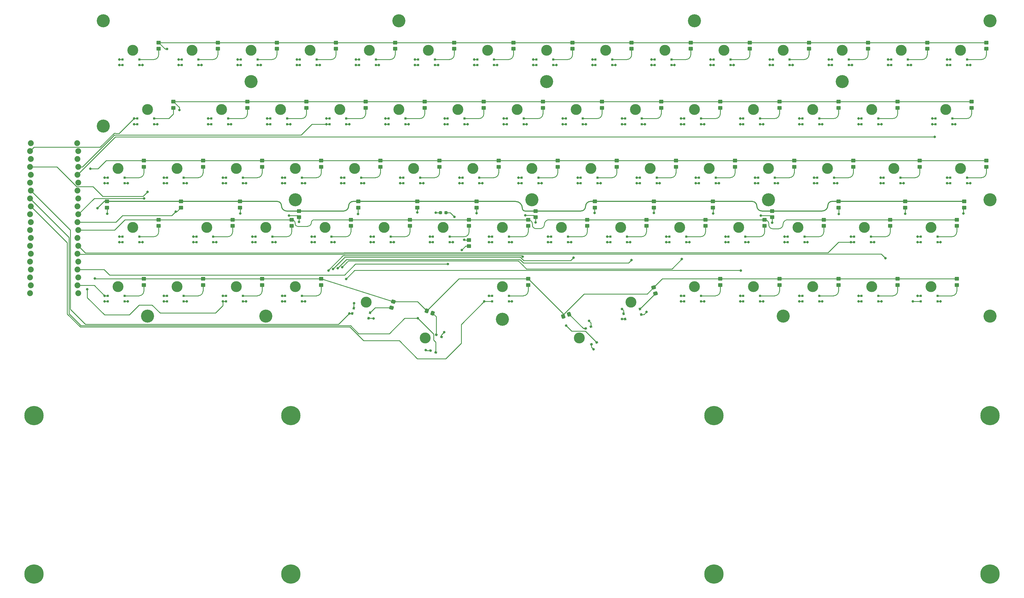
<source format=gtl>
G04 #@! TF.GenerationSoftware,KiCad,Pcbnew,(6.0.7-1)-1*
G04 #@! TF.CreationDate,2022-08-16T19:54:08+02:00*
G04 #@! TF.ProjectId,keychron-optical-keyboard,6b657963-6872-46f6-9e2d-6f7074696361,rev?*
G04 #@! TF.SameCoordinates,Original*
G04 #@! TF.FileFunction,Copper,L1,Top*
G04 #@! TF.FilePolarity,Positive*
%FSLAX46Y46*%
G04 Gerber Fmt 4.6, Leading zero omitted, Abs format (unit mm)*
G04 Created by KiCad (PCBNEW (6.0.7-1)-1) date 2022-08-16 19:54:08*
%MOMM*%
%LPD*%
G01*
G04 APERTURE LIST*
G04 Aperture macros list*
%AMRoundRect*
0 Rectangle with rounded corners*
0 $1 Rounding radius*
0 $2 $3 $4 $5 $6 $7 $8 $9 X,Y pos of 4 corners*
0 Add a 4 corners polygon primitive as box body*
4,1,4,$2,$3,$4,$5,$6,$7,$8,$9,$2,$3,0*
0 Add four circle primitives for the rounded corners*
1,1,$1+$1,$2,$3*
1,1,$1+$1,$4,$5*
1,1,$1+$1,$6,$7*
1,1,$1+$1,$8,$9*
0 Add four rect primitives between the rounded corners*
20,1,$1+$1,$2,$3,$4,$5,0*
20,1,$1+$1,$4,$5,$6,$7,0*
20,1,$1+$1,$6,$7,$8,$9,0*
20,1,$1+$1,$8,$9,$2,$3,0*%
%AMRotRect*
0 Rectangle, with rotation*
0 The origin of the aperture is its center*
0 $1 length*
0 $2 width*
0 $3 Rotation angle, in degrees counterclockwise*
0 Add horizontal line*
21,1,$1,$2,0,0,$3*%
G04 Aperture macros list end*
G04 #@! TA.AperFunction,SMDPad,CuDef*
%ADD10RoundRect,0.250000X0.450000X-0.350000X0.450000X0.350000X-0.450000X0.350000X-0.450000X-0.350000X0*%
G04 #@! TD*
G04 #@! TA.AperFunction,ComponentPad*
%ADD11C,4.200000*%
G04 #@! TD*
G04 #@! TA.AperFunction,SMDPad,CuDef*
%ADD12RoundRect,0.250000X-0.450000X0.350000X-0.450000X-0.350000X0.450000X-0.350000X0.450000X0.350000X0*%
G04 #@! TD*
G04 #@! TA.AperFunction,ComponentPad*
%ADD13C,6.200000*%
G04 #@! TD*
G04 #@! TA.AperFunction,WasherPad*
%ADD14C,3.500000*%
G04 #@! TD*
G04 #@! TA.AperFunction,SMDPad,CuDef*
%ADD15R,0.700000X0.800000*%
G04 #@! TD*
G04 #@! TA.AperFunction,SMDPad,CuDef*
%ADD16RotRect,0.700000X0.800000X70.000000*%
G04 #@! TD*
G04 #@! TA.AperFunction,SMDPad,CuDef*
%ADD17RoundRect,0.237500X-0.287500X-0.237500X0.287500X-0.237500X0.287500X0.237500X-0.287500X0.237500X0*%
G04 #@! TD*
G04 #@! TA.AperFunction,SMDPad,CuDef*
%ADD18RoundRect,0.250000X-0.529041X0.212405X-0.336095X-0.460478X0.529041X-0.212405X0.336095X0.460478X0*%
G04 #@! TD*
G04 #@! TA.AperFunction,SMDPad,CuDef*
%ADD19RotRect,0.700000X0.800000X110.000000*%
G04 #@! TD*
G04 #@! TA.AperFunction,SMDPad,CuDef*
%ADD20RoundRect,0.250000X-0.482801X-0.303155X0.174983X-0.542569X0.482801X0.303155X-0.174983X0.542569X0*%
G04 #@! TD*
G04 #@! TA.AperFunction,SMDPad,CuDef*
%ADD21RoundRect,0.250000X-0.174983X-0.542569X0.482801X-0.303155X0.174983X0.542569X-0.482801X0.303155X0*%
G04 #@! TD*
G04 #@! TA.AperFunction,SMDPad,CuDef*
%ADD22RotRect,0.700000X0.800000X16.000000*%
G04 #@! TD*
G04 #@! TA.AperFunction,SMDPad,CuDef*
%ADD23RoundRect,0.250000X-0.336095X0.460478X-0.529041X-0.212405X0.336095X-0.460478X0.529041X0.212405X0*%
G04 #@! TD*
G04 #@! TA.AperFunction,SMDPad,CuDef*
%ADD24RotRect,0.700000X0.800000X344.000000*%
G04 #@! TD*
G04 #@! TA.AperFunction,ComponentPad*
%ADD25C,1.879600*%
G04 #@! TD*
G04 #@! TA.AperFunction,ViaPad*
%ADD26C,0.800000*%
G04 #@! TD*
G04 #@! TA.AperFunction,Conductor*
%ADD27C,0.250000*%
G04 #@! TD*
G04 #@! TA.AperFunction,Conductor*
%ADD28C,0.350000*%
G04 #@! TD*
G04 APERTURE END LIST*
D10*
X186450000Y-50600000D03*
X186450000Y-48600000D03*
D11*
X9500000Y9500000D03*
D12*
X32049999Y-16500000D03*
X32049999Y-18500000D03*
X288550000Y-16500000D03*
X288550000Y-18500000D03*
D13*
X-12750000Y-168500000D03*
D14*
X266000000Y0D03*
D15*
X268100000Y-2950000D03*
X268100000Y-4750000D03*
X262700000Y-4750000D03*
X262700000Y-2950000D03*
D12*
X79550000Y-73500000D03*
X79550000Y-75500000D03*
D11*
X294500000Y9500000D03*
D12*
X217300000Y2500000D03*
X217300000Y500000D03*
D11*
X9500000Y-24350000D03*
D12*
X41550000Y-73500000D03*
X41550000Y-75500000D03*
X79550000Y-35500000D03*
X79550000Y-37500000D03*
D13*
X205750000Y-117500000D03*
D14*
X14250000Y-38000000D03*
D15*
X16350000Y-40950000D03*
X16350000Y-42750000D03*
X10950000Y-42750000D03*
X10950000Y-40950000D03*
D12*
X160300000Y2500000D03*
X160300000Y500000D03*
D10*
X127050000Y-63000000D03*
X127050000Y-61000000D03*
D14*
X275500000Y-76000000D03*
D15*
X277600000Y-78950000D03*
X277600000Y-80750000D03*
X272200000Y-80750000D03*
X272200000Y-78950000D03*
D12*
X245800000Y-73500000D03*
X245800000Y-75500000D03*
D14*
X90250000Y-38000000D03*
D15*
X92350000Y-40950000D03*
X92350000Y-42750000D03*
X86950000Y-42750000D03*
X86950000Y-40950000D03*
D14*
X137750000Y-57000000D03*
D15*
X139850000Y-59950000D03*
X139850000Y-61750000D03*
X134450000Y-61750000D03*
X134450000Y-59950000D03*
D12*
X131800000Y-16500000D03*
X131800000Y-18500000D03*
X60550000Y-35500000D03*
X60550000Y-37500000D03*
D14*
X133000000Y0D03*
D15*
X135100000Y-2950000D03*
X135100000Y-4750000D03*
X129700000Y-4750000D03*
X129700000Y-2950000D03*
D14*
X71250000Y-76000000D03*
D15*
X73350000Y-78950000D03*
X73350000Y-80750000D03*
X67950000Y-80750000D03*
X67950000Y-78950000D03*
D12*
X141300000Y2500000D03*
X141300000Y500000D03*
D11*
X199500000Y9500000D03*
D14*
X199500000Y-76000000D03*
D15*
X201600000Y-78950000D03*
X201600000Y-80750000D03*
X196200000Y-80750000D03*
X196200000Y-78950000D03*
D12*
X198300000Y2500000D03*
X198300000Y500000D03*
D14*
X280250000Y-19000000D03*
D15*
X282350000Y-21950000D03*
X282350000Y-23750000D03*
X276950000Y-23750000D03*
X276950000Y-21950000D03*
D13*
X294500000Y-168500000D03*
D14*
X185250000Y-38000000D03*
D15*
X187350000Y-40950000D03*
X187350000Y-42750000D03*
X181950000Y-42750000D03*
X181950000Y-40950000D03*
D12*
X27300000Y2500000D03*
X27300000Y500000D03*
D10*
X286200000Y-50600000D03*
X286200000Y-48600000D03*
D14*
X128250000Y-38000000D03*
D15*
X130350000Y-40950000D03*
X130350000Y-42750000D03*
X124950000Y-42750000D03*
X124950000Y-40950000D03*
D12*
X283800000Y-54500000D03*
X283800000Y-56500000D03*
D14*
X152000000Y0D03*
D15*
X154100000Y-2950000D03*
X154100000Y-4750000D03*
X148700000Y-4750000D03*
X148700000Y-2950000D03*
D14*
X113000000Y-92500000D03*
D16*
X116490336Y-91535605D03*
X118181782Y-92151241D03*
X116334873Y-97225581D03*
X114643427Y-96609945D03*
D12*
X84300000Y2500000D03*
X84300000Y500000D03*
D14*
X285000000Y0D03*
D15*
X287100000Y-2950000D03*
X287100000Y-4750000D03*
X281700000Y-4750000D03*
X281700000Y-2950000D03*
D14*
X85500000Y-19000000D03*
D15*
X87600000Y-21950000D03*
X87600000Y-23750000D03*
X82200000Y-23750000D03*
X82200000Y-21950000D03*
D14*
X218500000Y-76000000D03*
D15*
X220600000Y-78950000D03*
X220600000Y-80750000D03*
X215200000Y-80750000D03*
X215200000Y-78950000D03*
D12*
X93800000Y-16500000D03*
X93800000Y-18500000D03*
D10*
X91450000Y-50600000D03*
X91450000Y-48600000D03*
X167450000Y-50600000D03*
X167450000Y-48600000D03*
D14*
X247000000Y0D03*
D15*
X249100000Y-2950000D03*
X249100000Y-4750000D03*
X243700000Y-4750000D03*
X243700000Y-2950000D03*
D14*
X99750000Y-57000000D03*
D15*
X101850000Y-59950000D03*
X101850000Y-61750000D03*
X96450000Y-61750000D03*
X96450000Y-59950000D03*
D12*
X293300000Y2500000D03*
X293300000Y500000D03*
D14*
X285000000Y-38000000D03*
D15*
X287100000Y-40950000D03*
X287100000Y-42750000D03*
X281700000Y-42750000D03*
X281700000Y-40950000D03*
D12*
X117550000Y-35500000D03*
X117550000Y-37500000D03*
D14*
X275500000Y-57000000D03*
D15*
X277600000Y-59950000D03*
X277600000Y-61750000D03*
X272200000Y-61750000D03*
X272200000Y-59950000D03*
D12*
X146050000Y-73500000D03*
X146050000Y-75500000D03*
X174550000Y-35500000D03*
X174550000Y-37500000D03*
X271925000Y-35500000D03*
X271925000Y-37500000D03*
D11*
X137750000Y-86500000D03*
D12*
X122300000Y2500000D03*
X122300000Y500000D03*
D14*
X104500000Y-19000000D03*
D15*
X106600000Y-21950000D03*
X106600000Y-23750000D03*
X101200000Y-23750000D03*
X101200000Y-21950000D03*
D11*
X61750000Y-85500000D03*
D14*
X218500000Y-19000000D03*
D15*
X220600000Y-21950000D03*
X220600000Y-23750000D03*
X215200000Y-23750000D03*
X215200000Y-21950000D03*
D10*
X205450000Y-50600000D03*
X205450000Y-48600000D03*
D14*
X237500000Y-19000000D03*
D15*
X239600000Y-21950000D03*
X239600000Y-23750000D03*
X234200000Y-23750000D03*
X234200000Y-21950000D03*
D11*
X71250000Y-48100000D03*
D14*
X242250000Y-38000000D03*
D15*
X244350000Y-40950000D03*
X244350000Y-42750000D03*
X238950000Y-42750000D03*
X238950000Y-40950000D03*
D12*
X231550000Y-35500000D03*
X231550000Y-37500000D03*
D11*
X223250000Y-48100000D03*
D14*
X38000000Y0D03*
D15*
X40100000Y-2950000D03*
X40100000Y-4750000D03*
X34700000Y-4750000D03*
X34700000Y-2950000D03*
D17*
X117875000Y-52200000D03*
X119625000Y-52200000D03*
D14*
X61750000Y-57000000D03*
D15*
X63850000Y-59950000D03*
X63850000Y-61750000D03*
X58450000Y-61750000D03*
X58450000Y-59950000D03*
D14*
X147250000Y-38000000D03*
D15*
X149350000Y-40950000D03*
X149350000Y-42750000D03*
X143950000Y-42750000D03*
X143950000Y-40950000D03*
D14*
X114000000Y0D03*
D15*
X116100000Y-2950000D03*
X116100000Y-4750000D03*
X110700000Y-4750000D03*
X110700000Y-2950000D03*
D12*
X293300000Y-35500000D03*
X293300000Y-37500000D03*
X226800000Y-16500000D03*
X226800000Y-18500000D03*
D14*
X256500000Y-19000000D03*
D15*
X258600000Y-21950000D03*
X258600000Y-23750000D03*
X253200000Y-23750000D03*
X253200000Y-21950000D03*
D12*
X103300000Y2500000D03*
X103300000Y500000D03*
D14*
X161500000Y-19000000D03*
D15*
X163600000Y-21950000D03*
X163600000Y-23750000D03*
X158200000Y-23750000D03*
X158200000Y-21950000D03*
D12*
X264800000Y-73500000D03*
X264800000Y-75500000D03*
D18*
X186389379Y-76309055D03*
X186940653Y-78231579D03*
D14*
X137750000Y-76000000D03*
D15*
X139850000Y-78950000D03*
X139850000Y-80750000D03*
X134450000Y-80750000D03*
X134450000Y-78950000D03*
D12*
X283800000Y-73500000D03*
X283800000Y-75500000D03*
X112800000Y-16500000D03*
X112800000Y-18500000D03*
X41550000Y-35500000D03*
X41550000Y-37500000D03*
D14*
X171000000Y0D03*
D15*
X173100000Y-2950000D03*
X173100000Y-4750000D03*
X167700000Y-4750000D03*
X167700000Y-2950000D03*
D12*
X27300000Y-54500000D03*
X27300000Y-56500000D03*
X65300000Y2500000D03*
X65300000Y500000D03*
X55800000Y-16500000D03*
X55800000Y-18500000D03*
D14*
X42750000Y-57000000D03*
D15*
X44850000Y-59950000D03*
X44850000Y-61750000D03*
X39450000Y-61750000D03*
X39450000Y-59950000D03*
D14*
X199500000Y-19000000D03*
D15*
X201600000Y-21950000D03*
X201600000Y-23750000D03*
X196200000Y-23750000D03*
X196200000Y-21950000D03*
D14*
X52250000Y-38000000D03*
D15*
X54350000Y-40950000D03*
X54350000Y-42750000D03*
X48950000Y-42750000D03*
X48950000Y-40950000D03*
D13*
X-12750000Y-117500000D03*
D14*
X166250000Y-38000000D03*
D15*
X168350000Y-40950000D03*
X168350000Y-42750000D03*
X162950000Y-42750000D03*
X162950000Y-40950000D03*
D10*
X10700000Y-50600000D03*
X10700000Y-48600000D03*
D14*
X66500000Y-19000000D03*
D15*
X68600000Y-21950000D03*
X68600000Y-23750000D03*
X63200000Y-23750000D03*
X63200000Y-21950000D03*
D12*
X22550000Y-35500000D03*
X22550000Y-37500000D03*
D14*
X194750000Y-57000000D03*
D15*
X196850000Y-59950000D03*
X196850000Y-61750000D03*
X191450000Y-61750000D03*
X191450000Y-59950000D03*
D10*
X72450000Y-53700000D03*
X72450000Y-51700000D03*
D12*
X207800000Y-16500000D03*
X207800000Y-18500000D03*
D10*
X245825000Y-50600000D03*
X245825000Y-48600000D03*
X110450000Y-50600000D03*
X110450000Y-48600000D03*
D14*
X209000000Y0D03*
D15*
X211100000Y-2950000D03*
X211100000Y-4750000D03*
X205700000Y-4750000D03*
X205700000Y-2950000D03*
D14*
X213750000Y-57000000D03*
D15*
X215850000Y-59950000D03*
X215850000Y-61750000D03*
X210450000Y-61750000D03*
X210450000Y-59950000D03*
D12*
X250550000Y-35500000D03*
X250550000Y-37500000D03*
D14*
X162500000Y-92500000D03*
D19*
X164553851Y-89517686D03*
X166245298Y-88902050D03*
X168092206Y-93976390D03*
X166400760Y-94592026D03*
D12*
X98550000Y-35500000D03*
X98550000Y-37500000D03*
D14*
X71250000Y-38000000D03*
D15*
X73350000Y-40950000D03*
X73350000Y-42750000D03*
X67950000Y-42750000D03*
X67950000Y-40950000D03*
D14*
X118750000Y-57000000D03*
D15*
X120850000Y-59950000D03*
X120850000Y-61750000D03*
X115450000Y-61750000D03*
X115450000Y-59950000D03*
D14*
X228000000Y0D03*
D15*
X230100000Y-2950000D03*
X230100000Y-4750000D03*
X224700000Y-4750000D03*
X224700000Y-2950000D03*
D12*
X236300000Y2500000D03*
X236300000Y500000D03*
D14*
X180500000Y-19000000D03*
D15*
X182600000Y-21950000D03*
X182600000Y-23750000D03*
X177200000Y-23750000D03*
X177200000Y-21950000D03*
D12*
X241050000Y-54500000D03*
X241050000Y-56500000D03*
X226800000Y-73500000D03*
X226800000Y-75500000D03*
X74800000Y-16500000D03*
X74800000Y-18500000D03*
D11*
X57000000Y-10100000D03*
D20*
X113489535Y-83845501D03*
X115368921Y-84529541D03*
D12*
X188800000Y-16500000D03*
X188800000Y-18500000D03*
X136550000Y-35500000D03*
X136550000Y-37500000D03*
D10*
X34450000Y-50600000D03*
X34450000Y-48600000D03*
D14*
X223250000Y-38000000D03*
D15*
X225350000Y-40950000D03*
X225350000Y-42750000D03*
X219950000Y-42750000D03*
X219950000Y-40950000D03*
D12*
X70050000Y-54500000D03*
X70050000Y-56500000D03*
D11*
X294500000Y-85500000D03*
D12*
X155550000Y-35500000D03*
X155550000Y-37500000D03*
D11*
X147250000Y-48100000D03*
D13*
X69750000Y-117500000D03*
D14*
X57000000Y0D03*
D15*
X59100000Y-2950000D03*
X59100000Y-4750000D03*
X53700000Y-4750000D03*
X53700000Y-2950000D03*
D12*
X212550000Y-35500000D03*
X212550000Y-37500000D03*
D14*
X80750000Y-57000000D03*
D15*
X82850000Y-59950000D03*
X82850000Y-61750000D03*
X77450000Y-61750000D03*
X77450000Y-59950000D03*
D12*
X245800000Y-16500000D03*
X245800000Y-18500000D03*
X184050000Y-54500000D03*
X184050000Y-56500000D03*
D21*
X157312001Y-85555601D03*
X159191387Y-84871561D03*
D14*
X19000000Y0D03*
D15*
X21100000Y-2950000D03*
X21100000Y-4750000D03*
X15700000Y-4750000D03*
X15700000Y-2950000D03*
D12*
X127050000Y-54500000D03*
X127050000Y-56500000D03*
D14*
X76000000Y0D03*
D15*
X78100000Y-2950000D03*
X78100000Y-4750000D03*
X72700000Y-4750000D03*
X72700000Y-2950000D03*
D14*
X19000000Y-57000000D03*
D15*
X21100000Y-59950000D03*
X21100000Y-61750000D03*
X15700000Y-61750000D03*
X15700000Y-59950000D03*
D14*
X33250000Y-38000000D03*
D15*
X35350000Y-40950000D03*
X35350000Y-42750000D03*
X29950000Y-42750000D03*
X29950000Y-40950000D03*
D12*
X262425000Y-54500000D03*
X262425000Y-56500000D03*
X207800000Y-73500000D03*
X207800000Y-75500000D03*
D10*
X148450000Y-53700000D03*
X148450000Y-51700000D03*
D12*
X22550000Y-73500000D03*
X22550000Y-75500000D03*
D11*
X152000000Y-10100000D03*
D14*
X204250000Y-38000000D03*
D15*
X206350000Y-40950000D03*
X206350000Y-42750000D03*
X200950000Y-42750000D03*
X200950000Y-40950000D03*
D11*
X104500000Y9500000D03*
D12*
X222050000Y-54500000D03*
X222050000Y-56500000D03*
D14*
X52250000Y-76000000D03*
D15*
X54350000Y-78950000D03*
X54350000Y-80750000D03*
X48950000Y-80750000D03*
X48950000Y-78950000D03*
D12*
X60550000Y-73500000D03*
X60550000Y-75500000D03*
D14*
X190000000Y0D03*
D15*
X192100000Y-2950000D03*
X192100000Y-4750000D03*
X186700000Y-4750000D03*
X186700000Y-2950000D03*
D12*
X46300000Y2500000D03*
X46300000Y500000D03*
X150800000Y-16500000D03*
X150800000Y-18500000D03*
D14*
X23750000Y-19000000D03*
D15*
X25850000Y-21950000D03*
X25850000Y-23750000D03*
X20450000Y-23750000D03*
X20450000Y-21950000D03*
D14*
X237500000Y-76000000D03*
D15*
X239600000Y-78950000D03*
X239600000Y-80750000D03*
X234200000Y-80750000D03*
X234200000Y-78950000D03*
D14*
X33250000Y-76000000D03*
D15*
X35350000Y-78950000D03*
X35350000Y-80750000D03*
X29950000Y-80750000D03*
X29950000Y-78950000D03*
D11*
X23750000Y-85500000D03*
D10*
X129450000Y-50600000D03*
X129450000Y-48600000D03*
D11*
X294500000Y-48100000D03*
D12*
X108050000Y-54500000D03*
X108050000Y-56500000D03*
D14*
X254125000Y-57000000D03*
D15*
X256225000Y-59950000D03*
X256225000Y-61750000D03*
X250825000Y-61750000D03*
X250825000Y-59950000D03*
D12*
X146050000Y-54500000D03*
X146050000Y-56500000D03*
X255300000Y2500000D03*
X255300000Y500000D03*
X264800000Y-16500000D03*
X264800000Y-18500000D03*
D10*
X53450000Y-50600000D03*
X53450000Y-48600000D03*
D14*
X256500000Y-76000000D03*
D15*
X258600000Y-78950000D03*
X258600000Y-80750000D03*
X253200000Y-80750000D03*
X253200000Y-78950000D03*
D14*
X47500000Y-19000000D03*
D15*
X49600000Y-21950000D03*
X49600000Y-23750000D03*
X44200000Y-23750000D03*
X44200000Y-21950000D03*
D11*
X247000000Y-10100000D03*
D14*
X175750000Y-57000000D03*
D15*
X177850000Y-59950000D03*
X177850000Y-61750000D03*
X172450000Y-61750000D03*
X172450000Y-59950000D03*
D13*
X294500000Y-117500000D03*
D12*
X193550000Y-35500000D03*
X193550000Y-37500000D03*
D14*
X179100000Y-81000000D03*
D22*
X181931780Y-83256884D03*
X182427927Y-84987155D03*
X177237114Y-86475596D03*
X176740967Y-84745325D03*
D12*
X169800000Y-16500000D03*
X169800000Y-18500000D03*
X203050000Y-54500000D03*
X203050000Y-56500000D03*
X51050000Y-54500000D03*
X51050000Y-56500000D03*
D11*
X228000000Y-85500000D03*
D14*
X14250000Y-76000000D03*
D15*
X16350000Y-78950000D03*
X16350000Y-80750000D03*
X10950000Y-80750000D03*
X10950000Y-78950000D03*
D23*
X102692565Y-80884636D03*
X102141291Y-82807160D03*
D14*
X156750000Y-57000000D03*
D15*
X158850000Y-59950000D03*
X158850000Y-61750000D03*
X153450000Y-61750000D03*
X153450000Y-59950000D03*
D12*
X179300000Y2500000D03*
X179300000Y500000D03*
D13*
X69750000Y-168500000D03*
D14*
X94025000Y-81000000D03*
D24*
X95230519Y-84414560D03*
X94734372Y-86144832D03*
X89543559Y-84656390D03*
X90039706Y-82926119D03*
D13*
X205750000Y-168500000D03*
D12*
X89050000Y-54500000D03*
X89050000Y-56500000D03*
D14*
X123500000Y-19000000D03*
D15*
X125600000Y-21950000D03*
X125600000Y-23750000D03*
X120200000Y-23750000D03*
X120200000Y-21950000D03*
D25*
X1150000Y-29900000D03*
X1497000Y-32440000D03*
X1243000Y-34980000D03*
X1497000Y-37520000D03*
X1243000Y-40060000D03*
X1497000Y-42600000D03*
X1243000Y-45140000D03*
X1497000Y-47680000D03*
X1243000Y-50220000D03*
X1497000Y-52760000D03*
X1243000Y-55300000D03*
X1497000Y-57840000D03*
X1243000Y-60380000D03*
X1497000Y-62920000D03*
X1243000Y-65460000D03*
X1497000Y-68000000D03*
X1243000Y-70540000D03*
X1497000Y-73080000D03*
X1243000Y-75620000D03*
X1497000Y-78160000D03*
X-13997000Y-78160000D03*
X-13743000Y-75620000D03*
X-13997000Y-73080000D03*
X-13743000Y-70540000D03*
X-13997000Y-68000000D03*
X-13743000Y-65460000D03*
X-13997000Y-62920000D03*
X-13743000Y-60380000D03*
X-13997000Y-57840000D03*
X-13743000Y-55300000D03*
X-13997000Y-52760000D03*
X-13743000Y-50220000D03*
X-13997000Y-47680000D03*
X-13743000Y-45140000D03*
X-13997000Y-42600000D03*
X-13743000Y-40060000D03*
X-13997000Y-37520000D03*
X-13743000Y-34980000D03*
X-13997000Y-32440000D03*
X-13750000Y-29900000D03*
D10*
X224450000Y-53700000D03*
X224450000Y-51700000D03*
D12*
X165050000Y-54500000D03*
X165050000Y-56500000D03*
X274300000Y2500000D03*
X274300000Y500000D03*
D14*
X142500000Y-19000000D03*
D15*
X144600000Y-21950000D03*
X144600000Y-23750000D03*
X139200000Y-23750000D03*
X139200000Y-21950000D03*
D10*
X267200000Y-50600000D03*
X267200000Y-48600000D03*
D14*
X263625000Y-38000000D03*
D15*
X265725000Y-40950000D03*
X265725000Y-42750000D03*
X260325000Y-42750000D03*
X260325000Y-40950000D03*
D14*
X232750000Y-57000000D03*
D15*
X234850000Y-59950000D03*
X234850000Y-61750000D03*
X229450000Y-61750000D03*
X229450000Y-59950000D03*
D14*
X95000000Y0D03*
D15*
X97100000Y-2950000D03*
X97100000Y-4750000D03*
X91700000Y-4750000D03*
X91700000Y-2950000D03*
D14*
X109250000Y-38000000D03*
D15*
X111350000Y-40950000D03*
X111350000Y-42750000D03*
X105950000Y-42750000D03*
X105950000Y-40950000D03*
D26*
X257225000Y-61750000D03*
X17350000Y-80750000D03*
X259600000Y-23750000D03*
X96410000Y-86260000D03*
X38450000Y-59950000D03*
X288100000Y-4750000D03*
X57450000Y-59950000D03*
X147700000Y-2950000D03*
X88600000Y-23750000D03*
X202600000Y-80750000D03*
X112350000Y-42750000D03*
X66950000Y-40950000D03*
X167040000Y-96170000D03*
X41100000Y-4750000D03*
X209450000Y-59950000D03*
X266725000Y-42750000D03*
X60100000Y-4750000D03*
X76450000Y-59950000D03*
X176250000Y-83180000D03*
X109700000Y-2950000D03*
X214200000Y-78950000D03*
X83850000Y-61750000D03*
X113110000Y-96410000D03*
X14700000Y-59950000D03*
X252200000Y-21950000D03*
X240600000Y-80750000D03*
X271200000Y-59950000D03*
X184100000Y-84170000D03*
X126600000Y-23750000D03*
X161950000Y-40950000D03*
X233200000Y-21950000D03*
X216850000Y-61750000D03*
X288100000Y-42750000D03*
X131350000Y-42750000D03*
X185700000Y-2950000D03*
X85950000Y-40950000D03*
X28950000Y-40950000D03*
X90140000Y-81360000D03*
X81200000Y-21950000D03*
X43200000Y-21950000D03*
X9950000Y-78950000D03*
X142950000Y-40950000D03*
X17350000Y-42750000D03*
X190450000Y-59950000D03*
X123950000Y-40950000D03*
X233200000Y-78950000D03*
X22100000Y-4750000D03*
X250100000Y-4750000D03*
X235850000Y-61750000D03*
X207350000Y-42750000D03*
X104950000Y-40950000D03*
X45850000Y-61750000D03*
X64850000Y-61750000D03*
X169350000Y-42750000D03*
X133450000Y-59950000D03*
X150350000Y-42750000D03*
X252200000Y-78950000D03*
X19450000Y-21950000D03*
X278600000Y-61750000D03*
X157200000Y-21950000D03*
X259600000Y-80750000D03*
X231100000Y-4750000D03*
X221600000Y-23750000D03*
X28950000Y-78950000D03*
X128700000Y-2950000D03*
X221600000Y-80750000D03*
X71700000Y-2950000D03*
X223700000Y-2950000D03*
X136100000Y-4750000D03*
X33700000Y-2950000D03*
X9950000Y-40950000D03*
X228450000Y-59950000D03*
X119040000Y-90630000D03*
X202600000Y-23750000D03*
X22100000Y-61750000D03*
X140850000Y-80750000D03*
X178850000Y-61750000D03*
X55350000Y-80750000D03*
X271200000Y-78950000D03*
X183600000Y-23750000D03*
X283350000Y-23750000D03*
X188350000Y-42750000D03*
X159850000Y-61750000D03*
X69600000Y-23750000D03*
X47950000Y-78950000D03*
X249825000Y-59950000D03*
X237950000Y-40950000D03*
X259325000Y-40950000D03*
X121850000Y-61750000D03*
X197850000Y-61750000D03*
X114450000Y-59950000D03*
X269100000Y-4750000D03*
X145600000Y-23750000D03*
X26850000Y-23750000D03*
X52700000Y-2950000D03*
X199950000Y-40950000D03*
X155100000Y-4750000D03*
X174100000Y-4750000D03*
X36350000Y-42750000D03*
X242700000Y-2950000D03*
X55350000Y-42750000D03*
X176200000Y-21950000D03*
X93350000Y-42750000D03*
X165610000Y-87030000D03*
X47950000Y-40950000D03*
X98100000Y-4750000D03*
X133450000Y-78950000D03*
X74350000Y-80750000D03*
X166700000Y-2950000D03*
X100200000Y-21950000D03*
X79100000Y-4750000D03*
X152450000Y-59950000D03*
X119200000Y-21950000D03*
X14700000Y-2950000D03*
X275950000Y-21950000D03*
X180950000Y-40950000D03*
X218950000Y-40950000D03*
X164600000Y-23750000D03*
X116340000Y-52200000D03*
X280700000Y-2950000D03*
X171450000Y-59950000D03*
X62200000Y-21950000D03*
X90700000Y-2950000D03*
X226350000Y-42750000D03*
X280700000Y-40950000D03*
X102850000Y-61750000D03*
X117100000Y-4750000D03*
X214200000Y-21950000D03*
X107600000Y-23750000D03*
X50600000Y-23750000D03*
X278600000Y-80750000D03*
X66950000Y-78950000D03*
X195200000Y-21950000D03*
X140850000Y-61750000D03*
X138200000Y-21950000D03*
X95450000Y-59950000D03*
X204700000Y-2950000D03*
X74350000Y-42750000D03*
X212100000Y-4750000D03*
X36350000Y-80750000D03*
X193100000Y-4750000D03*
X195200000Y-78950000D03*
X240600000Y-23750000D03*
X261700000Y-2950000D03*
X245350000Y-42750000D03*
X19450000Y-23750000D03*
X14700000Y-61750000D03*
X9950000Y-80750000D03*
X10765000Y-52560000D03*
X9950000Y-42750000D03*
X14700000Y-4750000D03*
X28950000Y-42750000D03*
X38450000Y-61750000D03*
X28950000Y-80750000D03*
X43200000Y-23750000D03*
X33700000Y-4750000D03*
X32780000Y-51900000D03*
X47950000Y-80750000D03*
X4370000Y-76830000D03*
X47950000Y-42750000D03*
X62200000Y-23750000D03*
X52700000Y-4750000D03*
X53490000Y-52520000D03*
X57450000Y-61750000D03*
X72400000Y-55210000D03*
X76450000Y-61750000D03*
X69190000Y-53120000D03*
X66950000Y-80750000D03*
X66950000Y-42750000D03*
X71700000Y-4750000D03*
X81200000Y-23750000D03*
X95450000Y-61750000D03*
X88543559Y-84656390D03*
X100200000Y-23750000D03*
X90700000Y-4750000D03*
X85950000Y-42750000D03*
X91380000Y-52630000D03*
X110560000Y-86190000D03*
X104950000Y-42750000D03*
X114450000Y-61750000D03*
X119200000Y-23750000D03*
X110420000Y-52140000D03*
X109700000Y-4750000D03*
X133450000Y-61750000D03*
X129440000Y-52380000D03*
X138200000Y-23750000D03*
X123950000Y-42750000D03*
X131950000Y-80750000D03*
X128700000Y-4750000D03*
X142950000Y-42750000D03*
X147700000Y-4750000D03*
X152450000Y-61750000D03*
X144322299Y-66357701D03*
X157200000Y-23750000D03*
X158250000Y-88530000D03*
X145140000Y-53110000D03*
X81860000Y-70870000D03*
X148450000Y-55340000D03*
X171450000Y-61750000D03*
X167410000Y-52290000D03*
X160630000Y-66720000D03*
X166700000Y-4750000D03*
X176200000Y-23750000D03*
X83290000Y-70380000D03*
X176237114Y-86475596D03*
X161950000Y-42750000D03*
X195200000Y-23750000D03*
X195200000Y-80750000D03*
X186420000Y-52310000D03*
X84830000Y-70100000D03*
X180950000Y-42750000D03*
X190450000Y-61750000D03*
X185700000Y-4750000D03*
X179240000Y-67460000D03*
X205470000Y-52470000D03*
X199950000Y-42750000D03*
X204700000Y-4750000D03*
X209450000Y-61750000D03*
X214200000Y-80750000D03*
X86270000Y-69740000D03*
X195430000Y-67160000D03*
X214200000Y-23750000D03*
X218950000Y-42750000D03*
X233200000Y-23750000D03*
X220810000Y-53170000D03*
X223700000Y-4750000D03*
X224460000Y-55480000D03*
X214430000Y-70890000D03*
X87560000Y-73530000D03*
X228450000Y-61750000D03*
X233200000Y-80750000D03*
X252200000Y-80750000D03*
X249825000Y-61750000D03*
X245860000Y-52620000D03*
X237950000Y-42750000D03*
X242700000Y-4750000D03*
X252200000Y-23750000D03*
X267190000Y-52560000D03*
X271200000Y-61750000D03*
X269700000Y-80750000D03*
X261700000Y-4750000D03*
X259325000Y-42750000D03*
X260860000Y-66860000D03*
X275950000Y-23750000D03*
X280700000Y-4750000D03*
X276730000Y-27880000D03*
X280700000Y-42750000D03*
X285920000Y-52490000D03*
X23737042Y-45518359D03*
X30030000Y400000D03*
X22590000Y-47690000D03*
X33950000Y-19190000D03*
X5330000Y-38120000D03*
X6770000Y-73430000D03*
X7630000Y-50770000D03*
X124730000Y-64210000D03*
X120260000Y-68730000D03*
X122390000Y-53590000D03*
X125490000Y-60910000D03*
D27*
X243700000Y-2950000D02*
X242700000Y-2950000D01*
X262700000Y-2950000D02*
X261700000Y-2950000D01*
X113309945Y-96609945D02*
X113110000Y-96410000D01*
X20450000Y-21950000D02*
X19450000Y-21950000D01*
X72700000Y-2950000D02*
X71700000Y-2950000D01*
X106600000Y-23750000D02*
X107600000Y-23750000D01*
X234200000Y-78950000D02*
X233200000Y-78950000D01*
X1243000Y-75620000D02*
X6620000Y-75620000D01*
X183282845Y-84987155D02*
X184100000Y-84170000D01*
X92350000Y-42750000D02*
X93350000Y-42750000D01*
X111350000Y-42750000D02*
X112350000Y-42750000D01*
X53700000Y-2950000D02*
X52700000Y-2950000D01*
X234200000Y-21950000D02*
X233200000Y-21950000D01*
X90039706Y-81460294D02*
X90140000Y-81360000D01*
X14619501Y-26780499D02*
X19450000Y-21950000D01*
X177200000Y-21950000D02*
X176200000Y-21950000D01*
X67950000Y-78950000D02*
X66950000Y-78950000D01*
X44200000Y-21950000D02*
X43200000Y-21950000D01*
X63850000Y-61750000D02*
X64850000Y-61750000D01*
X206350000Y-42750000D02*
X207350000Y-42750000D01*
X253200000Y-21950000D02*
X252200000Y-21950000D01*
X21100000Y-4750000D02*
X22100000Y-4750000D01*
X87600000Y-23750000D02*
X88600000Y-23750000D01*
X101200000Y-21950000D02*
X100200000Y-21950000D01*
X48950000Y-40950000D02*
X47950000Y-40950000D01*
X96450000Y-59950000D02*
X95450000Y-59950000D01*
X239600000Y-80750000D02*
X240600000Y-80750000D01*
X78100000Y-4750000D02*
X79100000Y-4750000D01*
X220600000Y-80750000D02*
X221600000Y-80750000D01*
X276950000Y-21950000D02*
X275950000Y-21950000D01*
X166400760Y-94592026D02*
X166400760Y-95530760D01*
X35350000Y-80750000D02*
X36350000Y-80750000D01*
X8499110Y-31175200D02*
X13033811Y-26640499D01*
X154100000Y-4750000D02*
X155100000Y-4750000D01*
X287100000Y-4750000D02*
X288100000Y-4750000D01*
X168350000Y-42750000D02*
X169350000Y-42750000D01*
X110700000Y-2950000D02*
X109700000Y-2950000D01*
X173100000Y-4750000D02*
X174100000Y-4750000D01*
X256225000Y-61750000D02*
X257225000Y-61750000D01*
X91700000Y-2950000D02*
X90700000Y-2950000D01*
X29950000Y-40950000D02*
X28950000Y-40950000D01*
X39450000Y-59950000D02*
X38450000Y-59950000D01*
X287100000Y-42750000D02*
X288100000Y-42750000D01*
X201600000Y-80750000D02*
X202600000Y-80750000D01*
X181950000Y-40950000D02*
X180950000Y-40950000D01*
X73350000Y-42750000D02*
X74350000Y-42750000D01*
X25850000Y-23750000D02*
X26850000Y-23750000D01*
X90039706Y-82926119D02*
X90039706Y-81460294D01*
X281700000Y-2950000D02*
X280700000Y-2950000D01*
X230100000Y-4750000D02*
X231100000Y-4750000D01*
X186700000Y-2950000D02*
X185700000Y-2950000D01*
X277600000Y-61750000D02*
X278600000Y-61750000D01*
X40100000Y-4750000D02*
X41100000Y-4750000D01*
X63200000Y-21950000D02*
X62200000Y-21950000D01*
X120850000Y-61750000D02*
X121850000Y-61750000D01*
X272200000Y-59950000D02*
X271200000Y-59950000D01*
X49600000Y-23750000D02*
X50600000Y-23750000D01*
X86950000Y-40950000D02*
X85950000Y-40950000D01*
X16350000Y-80750000D02*
X17350000Y-80750000D01*
X244350000Y-42750000D02*
X245350000Y-42750000D01*
X166245298Y-87665298D02*
X165610000Y-87030000D01*
X97100000Y-4750000D02*
X98100000Y-4750000D01*
X238950000Y-40950000D02*
X237950000Y-40950000D01*
X15700000Y-2950000D02*
X14700000Y-2950000D01*
X162950000Y-40950000D02*
X161950000Y-40950000D01*
X101850000Y-61750000D02*
X102850000Y-61750000D01*
X118181782Y-91488218D02*
X119040000Y-90630000D01*
X149350000Y-42750000D02*
X150350000Y-42750000D01*
X129700000Y-2950000D02*
X128700000Y-2950000D01*
X114643427Y-96609945D02*
X113309945Y-96609945D01*
X239600000Y-23750000D02*
X240600000Y-23750000D01*
X139850000Y-61750000D02*
X140850000Y-61750000D01*
X196200000Y-78950000D02*
X195200000Y-78950000D01*
X143950000Y-40950000D02*
X142950000Y-40950000D01*
X260325000Y-40950000D02*
X259325000Y-40950000D01*
X117875000Y-52200000D02*
X116340000Y-52200000D01*
X277600000Y-80750000D02*
X278600000Y-80750000D01*
X130350000Y-42750000D02*
X131350000Y-42750000D01*
X16350000Y-42750000D02*
X17350000Y-42750000D01*
X192100000Y-4750000D02*
X193100000Y-4750000D01*
X124950000Y-40950000D02*
X123950000Y-40950000D01*
X265725000Y-42750000D02*
X266725000Y-42750000D01*
X134450000Y-78950000D02*
X133450000Y-78950000D01*
X215200000Y-21950000D02*
X214200000Y-21950000D01*
X120200000Y-21950000D02*
X119200000Y-21950000D01*
X-13997000Y-32440000D02*
X-12732200Y-31175200D01*
X272200000Y-78950000D02*
X271200000Y-78950000D01*
X54350000Y-42750000D02*
X55350000Y-42750000D01*
X44850000Y-61750000D02*
X45850000Y-61750000D01*
X253200000Y-78950000D02*
X252200000Y-78950000D01*
X67950000Y-40950000D02*
X66950000Y-40950000D01*
X158200000Y-21950000D02*
X157200000Y-21950000D01*
X268100000Y-4750000D02*
X269100000Y-4750000D01*
X250825000Y-59950000D02*
X249825000Y-59950000D01*
X177850000Y-61750000D02*
X178850000Y-61750000D01*
X182600000Y-23750000D02*
X183600000Y-23750000D01*
X139200000Y-21950000D02*
X138200000Y-21950000D01*
X82200000Y-21950000D02*
X81200000Y-21950000D01*
X258600000Y-23750000D02*
X259600000Y-23750000D01*
X15700000Y-59950000D02*
X14700000Y-59950000D01*
X282350000Y-23750000D02*
X283350000Y-23750000D01*
X29950000Y-78950000D02*
X28950000Y-78950000D01*
X10950000Y-78950000D02*
X9950000Y-78950000D01*
X167700000Y-2950000D02*
X166700000Y-2950000D01*
X200950000Y-40950000D02*
X199950000Y-40950000D01*
X59100000Y-4750000D02*
X60100000Y-4750000D01*
X176740967Y-84745325D02*
X176740967Y-83670967D01*
X281700000Y-40950000D02*
X280700000Y-40950000D01*
X135100000Y-4750000D02*
X136100000Y-4750000D01*
X35350000Y-42750000D02*
X36350000Y-42750000D01*
X144600000Y-23750000D02*
X145600000Y-23750000D01*
X201600000Y-23750000D02*
X202600000Y-23750000D01*
X215200000Y-78950000D02*
X214200000Y-78950000D01*
X58450000Y-59950000D02*
X57450000Y-59950000D01*
X6620000Y-75620000D02*
X9950000Y-78950000D01*
X105950000Y-40950000D02*
X104950000Y-40950000D01*
X219950000Y-40950000D02*
X218950000Y-40950000D01*
X210450000Y-59950000D02*
X209450000Y-59950000D01*
X205700000Y-2950000D02*
X204700000Y-2950000D01*
X118181782Y-92151241D02*
X118181782Y-91488218D01*
X249100000Y-4750000D02*
X250100000Y-4750000D01*
X73350000Y-80750000D02*
X74350000Y-80750000D01*
X82850000Y-61750000D02*
X83850000Y-61750000D01*
X225350000Y-42750000D02*
X226350000Y-42750000D01*
X125600000Y-23750000D02*
X126600000Y-23750000D01*
X187350000Y-42750000D02*
X188350000Y-42750000D01*
X166400760Y-95530760D02*
X167040000Y-96170000D01*
X116100000Y-4750000D02*
X117100000Y-4750000D01*
X94734372Y-86144832D02*
X96294832Y-86144832D01*
X215850000Y-61750000D02*
X216850000Y-61750000D01*
X196850000Y-61750000D02*
X197850000Y-61750000D01*
X182427927Y-84987155D02*
X183282845Y-84987155D01*
X163600000Y-23750000D02*
X164600000Y-23750000D01*
X176740967Y-83670967D02*
X176250000Y-83180000D01*
X229450000Y-59950000D02*
X228450000Y-59950000D01*
X139850000Y-80750000D02*
X140850000Y-80750000D01*
X13033811Y-26640499D02*
X13406189Y-26640499D01*
X258600000Y-80750000D02*
X259600000Y-80750000D01*
X158850000Y-61750000D02*
X159850000Y-61750000D01*
X196200000Y-21950000D02*
X195200000Y-21950000D01*
X10950000Y-40950000D02*
X9950000Y-40950000D01*
X21100000Y-61750000D02*
X22100000Y-61750000D01*
X68600000Y-23750000D02*
X69600000Y-23750000D01*
X115450000Y-59950000D02*
X114450000Y-59950000D01*
X77450000Y-59950000D02*
X76450000Y-59950000D01*
X224700000Y-2950000D02*
X223700000Y-2950000D01*
X211100000Y-4750000D02*
X212100000Y-4750000D01*
X96294832Y-86144832D02*
X96410000Y-86260000D01*
X48950000Y-78950000D02*
X47950000Y-78950000D01*
X134450000Y-59950000D02*
X133450000Y-59950000D01*
X13546189Y-26780499D02*
X14619501Y-26780499D01*
X148700000Y-2950000D02*
X147700000Y-2950000D01*
X13406189Y-26640499D02*
X13546189Y-26780499D01*
X34700000Y-2950000D02*
X33700000Y-2950000D01*
X54350000Y-80750000D02*
X55350000Y-80750000D01*
X191450000Y-59950000D02*
X190450000Y-59950000D01*
X153450000Y-59950000D02*
X152450000Y-59950000D01*
X234850000Y-61750000D02*
X235850000Y-61750000D01*
X166245298Y-88902050D02*
X166245298Y-87665298D01*
X220600000Y-23750000D02*
X221600000Y-23750000D01*
X-12732200Y-31175200D02*
X8499110Y-31175200D01*
X172450000Y-59950000D02*
X171450000Y-59950000D01*
X10950000Y-42750000D02*
X9950000Y-42750000D01*
X15700000Y-61750000D02*
X14700000Y-61750000D01*
X10950000Y-80750000D02*
X9950000Y-80750000D01*
X15700000Y-4750000D02*
X14700000Y-4750000D01*
X10765000Y-52560000D02*
X10765000Y-50665000D01*
X20450000Y-23750000D02*
X19450000Y-23750000D01*
X10700000Y-50600000D02*
G75*
G02*
X10765000Y-50665000I0J-65000D01*
G01*
X33150000Y-51900000D02*
X34450000Y-50600000D01*
X29950000Y-42750000D02*
X28950000Y-42750000D01*
X32780000Y-51900000D02*
X33150000Y-51900000D01*
X31550000Y-53130000D02*
X32780000Y-51900000D01*
X15700000Y-53130000D02*
X31550000Y-53130000D01*
X44200000Y-23750000D02*
X43200000Y-23750000D01*
X29950000Y-80750000D02*
X28950000Y-80750000D01*
X39450000Y-61750000D02*
X38450000Y-61750000D01*
X34700000Y-4750000D02*
X33700000Y-4750000D01*
X13530000Y-55300000D02*
X15700000Y-53130000D01*
X1243000Y-55300000D02*
X13530000Y-55300000D01*
X48950000Y-80750000D02*
X47950000Y-80750000D01*
X45530000Y-84510000D02*
X27760000Y-84510000D01*
X47950000Y-80750000D02*
X47950000Y-82090000D01*
X21030000Y-81950000D02*
X18495000Y-84485000D01*
X53700000Y-4750000D02*
X52700000Y-4750000D01*
X27760000Y-84510000D02*
X25200000Y-81950000D01*
X48950000Y-42750000D02*
X47950000Y-42750000D01*
X25200000Y-81950000D02*
X21030000Y-81950000D01*
X4370000Y-79560000D02*
X4370000Y-76830000D01*
X58450000Y-61750000D02*
X57450000Y-61750000D01*
X47950000Y-82090000D02*
X45530000Y-84510000D01*
X53490000Y-52520000D02*
X53490000Y-50640000D01*
X18495000Y-84485000D02*
X17900000Y-85080000D01*
X63200000Y-23750000D02*
X62200000Y-23750000D01*
X17900000Y-85080000D02*
X9890000Y-85080000D01*
X9890000Y-85080000D02*
X4370000Y-79560000D01*
X53450000Y-50600000D02*
G75*
G02*
X53490000Y-50640000I0J-40000D01*
G01*
X82200000Y-23750000D02*
X81200000Y-23750000D01*
X76600000Y-23750000D02*
X81200000Y-23750000D01*
X72450000Y-53700000D02*
X72450000Y-55160000D01*
X67950000Y-42750000D02*
X66950000Y-42750000D01*
X72700000Y-4750000D02*
X71700000Y-4750000D01*
X2790000Y-37520000D02*
X13080000Y-27230000D01*
X1497000Y-37520000D02*
X2790000Y-37520000D01*
X67950000Y-80750000D02*
X66950000Y-80750000D01*
X69190000Y-53120000D02*
X71870000Y-53120000D01*
X73120000Y-27230000D02*
X76600000Y-23750000D01*
X77450000Y-61750000D02*
X76450000Y-61750000D01*
X13080000Y-27230000D02*
X73120000Y-27230000D01*
X72450000Y-53700000D02*
G75*
G03*
X71870000Y-53120000I-580000J0D01*
G01*
X72400000Y-55210000D02*
G75*
G03*
X72450000Y-55160000I0J50000D01*
G01*
X-1050998Y-57832002D02*
X-1050998Y-83299002D01*
X91700000Y-4750000D02*
X90700000Y-4750000D01*
X-13743000Y-45140000D02*
X-1050998Y-57832002D01*
X85088951Y-88110998D02*
X88543559Y-84656390D01*
X-1050998Y-83299002D02*
X3760998Y-88110998D01*
X3760998Y-88110998D02*
X85088951Y-88110998D01*
X91380000Y-52630000D02*
X91380000Y-50670000D01*
X86950000Y-42750000D02*
X85950000Y-42750000D01*
X89543559Y-84656390D02*
X88543559Y-84656390D01*
X101200000Y-23750000D02*
X100200000Y-23750000D01*
X96450000Y-61750000D02*
X95450000Y-61750000D01*
X91450000Y-50600000D02*
G75*
G03*
X91380000Y-50670000I0J-70000D01*
G01*
X116334873Y-97225581D02*
X116334873Y-94525127D01*
X110420000Y-52140000D02*
X110420000Y-50630000D01*
X110700000Y-4750000D02*
X109700000Y-4750000D01*
X115669752Y-93189752D02*
X115669752Y-91299752D01*
X-1500499Y-84743811D02*
X2316189Y-88560499D01*
X-13997000Y-47680000D02*
X-1500499Y-60176501D01*
X115450000Y-61750000D02*
X114450000Y-61750000D01*
X-1500499Y-60176501D02*
X-1500499Y-84743811D01*
X115669752Y-91299752D02*
X110560000Y-86190000D01*
X105950000Y-42750000D02*
X104950000Y-42750000D01*
X116334873Y-93854873D02*
X115669752Y-93189752D01*
X2316189Y-88560499D02*
X88976189Y-88560499D01*
X101430000Y-91160000D02*
X106400000Y-86190000D01*
X106400000Y-86190000D02*
X110560000Y-86190000D01*
X91575690Y-91160000D02*
X101430000Y-91160000D01*
X116334873Y-94525127D02*
X116334873Y-93854873D01*
X120200000Y-23750000D02*
X119200000Y-23750000D01*
X88976189Y-88560499D02*
X91575690Y-91160000D01*
X110450000Y-50600000D02*
G75*
G03*
X110420000Y-50630000I0J-30000D01*
G01*
X119570000Y-99190000D02*
X124530000Y-94230000D01*
X88790000Y-89010000D02*
X93191134Y-93411134D01*
X110410000Y-99190000D02*
X119570000Y-99190000D01*
X129440000Y-52380000D02*
X129440000Y-50610000D01*
X131950000Y-80750000D02*
X124530000Y-88170000D01*
X134450000Y-80750000D02*
X131950000Y-80750000D01*
X-2060499Y-61902501D02*
X-2060499Y-84819501D01*
X104631134Y-93411134D02*
X110410000Y-99190000D01*
X2130000Y-89010000D02*
X88790000Y-89010000D01*
X129700000Y-4750000D02*
X128700000Y-4750000D01*
X93191134Y-93411134D02*
X104631134Y-93411134D01*
X139200000Y-23750000D02*
X138200000Y-23750000D01*
X-2060499Y-84819501D02*
X2130000Y-89010000D01*
X124530000Y-94230000D02*
X124530000Y-88170000D01*
X134450000Y-61750000D02*
X133450000Y-61750000D01*
X124950000Y-42750000D02*
X123950000Y-42750000D01*
X-13743000Y-50220000D02*
X-2060499Y-61902501D01*
X129450000Y-50600000D02*
G75*
G03*
X129440000Y-50610000I0J-10000D01*
G01*
X143975097Y-66010499D02*
X144322299Y-66357701D01*
X148450000Y-53700000D02*
X148450000Y-55340000D01*
X148700000Y-4750000D02*
X147700000Y-4750000D01*
X160028386Y-90308386D02*
X164424202Y-90308386D01*
X81860000Y-70785402D02*
X86574903Y-66070499D01*
X143950000Y-42750000D02*
X142950000Y-42750000D01*
X87253811Y-66070499D02*
X87313811Y-66010499D01*
X145140000Y-53110000D02*
X147860000Y-53110000D01*
X158250000Y-88530000D02*
X160028386Y-90308386D01*
X153450000Y-61750000D02*
X152450000Y-61750000D01*
X164424202Y-90308386D02*
X168092206Y-93976390D01*
X158200000Y-23750000D02*
X157200000Y-23750000D01*
X87313811Y-66010499D02*
X143975097Y-66010499D01*
X81860000Y-70870000D02*
X81860000Y-70785402D01*
X86574903Y-66070499D02*
X87253811Y-66070499D01*
X148450000Y-53700000D02*
G75*
G03*
X147860000Y-53110000I-590000J0D01*
G01*
X143070000Y-66570000D02*
X143510000Y-66570000D01*
X172450000Y-61750000D02*
X171450000Y-61750000D01*
X167410000Y-52290000D02*
X167410000Y-50640000D01*
X177237114Y-86475596D02*
X176237114Y-86475596D01*
X143510000Y-66570000D02*
X144620000Y-67680000D01*
X167700000Y-4750000D02*
X166700000Y-4750000D01*
X87100000Y-66570000D02*
X142760000Y-66570000D01*
X144620000Y-67680000D02*
X159670000Y-67680000D01*
X142790000Y-66570000D02*
X143070000Y-66570000D01*
X83290000Y-70380000D02*
X87100000Y-66570000D01*
X159670000Y-67680000D02*
X160630000Y-66720000D01*
X142760000Y-66570000D02*
X142790000Y-66570000D01*
X162950000Y-42750000D02*
X161950000Y-42750000D01*
X177200000Y-23750000D02*
X176200000Y-23750000D01*
X167450000Y-50600000D02*
G75*
G03*
X167410000Y-50640000I0J-40000D01*
G01*
X143165690Y-67360000D02*
X143520000Y-67360000D01*
X186700000Y-4750000D02*
X185700000Y-4750000D01*
X196200000Y-80750000D02*
X195200000Y-80750000D01*
X196200000Y-23750000D02*
X195200000Y-23750000D01*
X87659501Y-67270499D02*
X143076189Y-67270499D01*
X84830000Y-70100000D02*
X87659501Y-67270499D01*
X191450000Y-61750000D02*
X190450000Y-61750000D01*
X144560000Y-68400000D02*
X178300000Y-68400000D01*
X143076189Y-67270499D02*
X143165690Y-67360000D01*
X178300000Y-68400000D02*
X179240000Y-67460000D01*
X143520000Y-67360000D02*
X144560000Y-68400000D01*
X186420000Y-52310000D02*
X186420000Y-50630000D01*
X181950000Y-42750000D02*
X180950000Y-42750000D01*
X186450000Y-50600000D02*
G75*
G03*
X186420000Y-50630000I0J-30000D01*
G01*
X144340000Y-69170000D02*
X145495000Y-70325000D01*
X215200000Y-80750000D02*
X214200000Y-80750000D01*
X87740000Y-68270000D02*
X88290000Y-67720000D01*
X210450000Y-61750000D02*
X209450000Y-61750000D01*
X88290000Y-67720000D02*
X142680000Y-67720000D01*
X192265000Y-70325000D02*
X195430000Y-67160000D01*
X215200000Y-23750000D02*
X214200000Y-23750000D01*
X86270000Y-69740000D02*
X87740000Y-68270000D01*
X142890000Y-67720000D02*
X144340000Y-69170000D01*
X142680000Y-67720000D02*
X142890000Y-67720000D01*
X205700000Y-4750000D02*
X204700000Y-4750000D01*
X205470000Y-52470000D02*
X205470000Y-50620000D01*
X200950000Y-42750000D02*
X199950000Y-42750000D01*
X145495000Y-70325000D02*
X192265000Y-70325000D01*
X205450000Y-50600000D02*
G75*
G02*
X205470000Y-50620000I0J-20000D01*
G01*
X214320000Y-70780000D02*
X214430000Y-70890000D01*
X90310000Y-70780000D02*
X210590000Y-70780000D01*
X210590000Y-70780000D02*
X214320000Y-70780000D01*
X224450000Y-53700000D02*
X224450000Y-55470000D01*
X224700000Y-4750000D02*
X223700000Y-4750000D01*
X229450000Y-61750000D02*
X228450000Y-61750000D01*
X220810000Y-53170000D02*
X223920000Y-53170000D01*
X234200000Y-23750000D02*
X233200000Y-23750000D01*
X87560000Y-73530000D02*
X90310000Y-70780000D01*
X219950000Y-42750000D02*
X218950000Y-42750000D01*
X234200000Y-80750000D02*
X233200000Y-80750000D01*
X224450000Y-53700000D02*
G75*
G03*
X223920000Y-53170000I-530000J0D01*
G01*
X224460000Y-55480000D02*
G75*
G02*
X224450000Y-55470000I0J10000D01*
G01*
X253200000Y-23750000D02*
X252200000Y-23750000D01*
X243700000Y-4750000D02*
X242700000Y-4750000D01*
X86941433Y-65111497D02*
X242448503Y-65111497D01*
X245810000Y-61750000D02*
X245150000Y-62410000D01*
X253200000Y-80750000D02*
X252200000Y-80750000D01*
X238950000Y-42750000D02*
X237950000Y-42750000D01*
X245860000Y-52620000D02*
X245860000Y-50635000D01*
X3748497Y-65171497D02*
X86881433Y-65171497D01*
X250825000Y-61750000D02*
X249825000Y-61750000D01*
X242448503Y-65111497D02*
X245150000Y-62410000D01*
X86881433Y-65171497D02*
X86941433Y-65111497D01*
X249825000Y-61750000D02*
X245810000Y-61750000D01*
X1497000Y-62920000D02*
X3748497Y-65171497D01*
X245825000Y-50600000D02*
G75*
G02*
X245860000Y-50635000I0J-35000D01*
G01*
X272200000Y-61750000D02*
X271200000Y-61750000D01*
X267190000Y-52560000D02*
X267190000Y-50610000D01*
X87067622Y-65620998D02*
X87127622Y-65560998D01*
X276950000Y-23750000D02*
X275950000Y-23750000D01*
X262700000Y-4750000D02*
X261700000Y-4750000D01*
X259560998Y-65560998D02*
X260860000Y-66860000D01*
X272200000Y-80750000D02*
X269700000Y-80750000D01*
X87127622Y-65560998D02*
X259560998Y-65560998D01*
X260325000Y-42750000D02*
X259325000Y-42750000D01*
X1243000Y-65460000D02*
X1403998Y-65620998D01*
X1403998Y-65620998D02*
X87067622Y-65620998D01*
X267200000Y-50600000D02*
G75*
G03*
X267190000Y-50610000I0J-10000D01*
G01*
X1243000Y-40060000D02*
X13433000Y-27870000D01*
X13433000Y-27870000D02*
X276720000Y-27870000D01*
X281700000Y-4750000D02*
X280700000Y-4750000D01*
X281700000Y-42750000D02*
X280700000Y-42750000D01*
X285920000Y-52490000D02*
X285920000Y-50880000D01*
X286200000Y-50600000D02*
G75*
G03*
X285920000Y-50880000I0J-280000D01*
G01*
X276730000Y-27880000D02*
G75*
G03*
X276720000Y-27870000I-10000J0D01*
G01*
X122300000Y2500000D02*
X141300000Y2500000D01*
X-13997000Y-37520000D02*
X-5371698Y-37520000D01*
X198300000Y2500000D02*
X217300000Y2500000D01*
X6224800Y-43864800D02*
X9300000Y-46940000D01*
X236300000Y2500000D02*
X255300000Y2500000D01*
X29400000Y400000D02*
X30030000Y400000D01*
X27300000Y2500000D02*
X46300000Y2500000D01*
X5465200Y-43864800D02*
X6224800Y-43864800D01*
X65300000Y2500000D02*
X84300000Y2500000D01*
X-5371698Y-37520000D02*
X973102Y-43864800D01*
X9300000Y-46940000D02*
X22315401Y-46940000D01*
X22315401Y-46940000D02*
X23737042Y-45518359D01*
X160300000Y2500000D02*
X179300000Y2500000D01*
X84300000Y2500000D02*
X103300000Y2500000D01*
X27300000Y2500000D02*
X29400000Y400000D01*
X179300000Y2500000D02*
X198300000Y2500000D01*
X141300000Y2500000D02*
X160300000Y2500000D01*
X46300000Y2500000D02*
X65300000Y2500000D01*
X973102Y-43864800D02*
X5465200Y-43864800D01*
X255300000Y2500000D02*
X274300000Y2500000D01*
X103300000Y2500000D02*
X122300000Y2500000D01*
X217300000Y2500000D02*
X236300000Y2500000D01*
X274300000Y2500000D02*
X293300000Y2500000D01*
X6517000Y-47740000D02*
X6582000Y-47675000D01*
X207800000Y-16500000D02*
X226800000Y-16500000D01*
X169800000Y-16500000D02*
X188800000Y-16500000D01*
X226800000Y-16500000D02*
X245800000Y-16500000D01*
X22575000Y-47675000D02*
X22590000Y-47690000D01*
X6582000Y-47675000D02*
X22575000Y-47675000D01*
X131800000Y-16500000D02*
X150800000Y-16500000D01*
X188800000Y-16500000D02*
X207800000Y-16500000D01*
X112800000Y-16500000D02*
X131800000Y-16500000D01*
X55800000Y-16500000D02*
X74800000Y-16500000D01*
X74800000Y-16500000D02*
X93800000Y-16500000D01*
X264800000Y-16500000D02*
X288550000Y-16500000D01*
X32049999Y-16500000D02*
X55800000Y-16500000D01*
X1497000Y-52760000D02*
X6517000Y-47740000D01*
X245800000Y-16500000D02*
X264800000Y-16500000D01*
X32049999Y-16500000D02*
X33950000Y-18400001D01*
X150800000Y-16500000D02*
X169800000Y-16500000D01*
X93800000Y-16500000D02*
X112800000Y-16500000D01*
X33950000Y-18400001D02*
X33950000Y-19190000D01*
X174550000Y-35500000D02*
X193550000Y-35500000D01*
X79550000Y-35500000D02*
X98550000Y-35500000D01*
X10420000Y-35500000D02*
X22550000Y-35500000D01*
X5330000Y-38120000D02*
X7800000Y-38120000D01*
X193550000Y-35500000D02*
X212550000Y-35500000D01*
X271925000Y-35500000D02*
X293300000Y-35500000D01*
X41550000Y-35500000D02*
X60550000Y-35500000D01*
X136550000Y-35500000D02*
X155550000Y-35500000D01*
X22550000Y-35500000D02*
X41550000Y-35500000D01*
X212550000Y-35500000D02*
X231550000Y-35500000D01*
X231550000Y-35500000D02*
X250550000Y-35500000D01*
X7800000Y-38120000D02*
X10420000Y-35500000D01*
X155550000Y-35500000D02*
X174550000Y-35500000D01*
X250550000Y-35500000D02*
X271925000Y-35500000D01*
X117550000Y-35500000D02*
X136550000Y-35500000D01*
X98550000Y-35500000D02*
X117550000Y-35500000D01*
X60550000Y-35500000D02*
X79550000Y-35500000D01*
X147410000Y-55840000D02*
X147410000Y-56240000D01*
X146050000Y-54500000D02*
X146070000Y-54500000D01*
X13110000Y-57840000D02*
X16450000Y-54500000D01*
X127050000Y-54500000D02*
X146050000Y-54500000D01*
X51050000Y-54500000D02*
X70050000Y-54500000D01*
X16450000Y-54500000D02*
X27300000Y-54500000D01*
X148520000Y-57350000D02*
X149920000Y-57350000D01*
X223410000Y-55840000D02*
X223410000Y-56200000D01*
X262425000Y-54500000D02*
X283800000Y-54500000D01*
X108050000Y-54500000D02*
X127050000Y-54500000D01*
X71180000Y-55630000D02*
X71180000Y-55910000D01*
X165050000Y-54500000D02*
X184050000Y-54500000D01*
X89050000Y-54500000D02*
X108050000Y-54500000D01*
X224590000Y-57380000D02*
X226600000Y-57380000D01*
X27300000Y-54500000D02*
X51050000Y-54500000D01*
X152770000Y-54500000D02*
X165050000Y-54500000D01*
X229480000Y-54500000D02*
X241050000Y-54500000D01*
X184050000Y-54500000D02*
X203050000Y-54500000D01*
X77290000Y-54500000D02*
X89050000Y-54500000D01*
X71860000Y-56590000D02*
X75200000Y-56590000D01*
X1497000Y-57840000D02*
X13110000Y-57840000D01*
X222050000Y-54500000D02*
X222070000Y-54500000D01*
X241050000Y-54500000D02*
X262425000Y-54500000D01*
X203050000Y-54500000D02*
X222050000Y-54500000D01*
X71180000Y-55630000D02*
G75*
G03*
X70050000Y-54500000I-1130000J0D01*
G01*
X223410000Y-55840000D02*
G75*
G03*
X222070000Y-54500000I-1340000J0D01*
G01*
X151280000Y-55990000D02*
G75*
G02*
X149920000Y-57350000I-1360000J0D01*
G01*
X147410000Y-55840000D02*
G75*
G03*
X146070000Y-54500000I-1340000J0D01*
G01*
X71860000Y-56590000D02*
G75*
G02*
X71180000Y-55910000I0J680000D01*
G01*
X224590000Y-57380000D02*
G75*
G02*
X223410000Y-56200000I0J1180000D01*
G01*
X77290000Y-54500000D02*
G75*
G03*
X76380000Y-55410000I0J-910000D01*
G01*
X229480000Y-54500000D02*
G75*
G03*
X227960000Y-56020000I0J-1520000D01*
G01*
X227960000Y-56020000D02*
G75*
G02*
X226600000Y-57380000I-1360000J0D01*
G01*
X76380000Y-55410000D02*
G75*
G02*
X75200000Y-56590000I-1180000J0D01*
G01*
X148520000Y-57350000D02*
G75*
G02*
X147410000Y-56240000I0J1110000D01*
G01*
X152770000Y-54500000D02*
G75*
G03*
X151280000Y-55990000I0J-1490000D01*
G01*
X157312001Y-85555601D02*
X157312001Y-85085657D01*
X110528670Y-80884636D02*
X113489535Y-83845501D01*
X60550000Y-73500000D02*
X79550000Y-73500000D01*
X207800000Y-73500000D02*
X226800000Y-73500000D01*
X22550000Y-73500000D02*
X41550000Y-73500000D01*
X184308434Y-78390000D02*
X186389379Y-76309055D01*
X207800000Y-73500000D02*
X189198434Y-73500000D01*
X113489535Y-83845501D02*
X123835036Y-73500000D01*
X164007658Y-78390000D02*
X184308434Y-78390000D01*
X41554500Y-73504500D02*
X60545500Y-73504500D01*
X189198434Y-73500000D02*
X186389379Y-76309055D01*
X79550000Y-73500000D02*
X102692565Y-80884636D01*
X6840000Y-73500000D02*
X6770000Y-73430000D01*
X9480000Y-73500000D02*
X6840000Y-73500000D01*
X264800000Y-73500000D02*
X283800000Y-73500000D01*
X226800000Y-73500000D02*
X245800000Y-73500000D01*
X157312001Y-85085657D02*
X164007658Y-78390000D01*
X102692565Y-80884636D02*
X110528670Y-80884636D01*
X60545500Y-73504500D02*
X60550000Y-73500000D01*
X9480000Y-73500000D02*
X22550000Y-73500000D01*
X41550000Y-73500000D02*
X41554500Y-73504500D01*
X146050000Y-73500000D02*
X157312001Y-84762001D01*
X245800000Y-73500000D02*
X264800000Y-73500000D01*
X123835036Y-73500000D02*
X146050000Y-73500000D01*
X157312001Y-84762001D02*
X157312001Y-85555601D01*
D28*
X221160000Y-51700000D02*
X224450000Y-51700000D01*
X245825000Y-48600000D02*
X267200000Y-48600000D01*
X89840000Y-48600000D02*
X91450000Y-48600000D01*
X243670000Y-48600000D02*
X245825000Y-48600000D01*
X148450000Y-51700000D02*
X163010000Y-51700000D01*
X68490000Y-51700000D02*
X72450000Y-51700000D01*
X166110000Y-48600000D02*
X167450000Y-48600000D01*
X110450000Y-48600000D02*
X129450000Y-48600000D01*
X91450000Y-48600000D02*
X110450000Y-48600000D01*
X129450000Y-48600000D02*
X141970000Y-48600000D01*
X167450000Y-48600000D02*
X186450000Y-48600000D01*
X205450000Y-48600000D02*
X218060000Y-48600000D01*
X145070000Y-51700000D02*
X148450000Y-51700000D01*
X9800000Y-48600000D02*
X10700000Y-48600000D01*
X224450000Y-51700000D02*
X240570000Y-51700000D01*
X267200000Y-48600000D02*
X286200000Y-48600000D01*
X10700000Y-48600000D02*
X34450000Y-48600000D01*
X72450000Y-51700000D02*
X86740000Y-51700000D01*
X7630000Y-50770000D02*
X9800000Y-48600000D01*
X53450000Y-48600000D02*
X65390000Y-48600000D01*
X186450000Y-48600000D02*
X205450000Y-48600000D01*
X34450000Y-48600000D02*
X53450000Y-48600000D01*
X145070000Y-51700000D02*
G75*
G02*
X144190000Y-50820000I0J880000D01*
G01*
X219540000Y-50080000D02*
G75*
G03*
X218060000Y-48600000I-1480000J0D01*
G01*
X221160000Y-51700000D02*
G75*
G02*
X219540000Y-50080000I0J1620000D01*
G01*
X88360000Y-50080000D02*
G75*
G02*
X86740000Y-51700000I-1620000J0D01*
G01*
X164510000Y-50200000D02*
G75*
G02*
X163010000Y-51700000I-1500000J0D01*
G01*
X166110000Y-48600000D02*
G75*
G03*
X164510000Y-50200000I0J-1600000D01*
G01*
X243670000Y-48600000D02*
G75*
G03*
X242380000Y-49890000I0J-1290000D01*
G01*
X144190000Y-50820000D02*
G75*
G03*
X141970000Y-48600000I-2220000J0D01*
G01*
X68490000Y-51700000D02*
G75*
G02*
X66770000Y-49980000I0J1720000D01*
G01*
X89840000Y-48600000D02*
G75*
G03*
X88360000Y-50080000I0J-1480000D01*
G01*
X66770000Y-49980000D02*
G75*
G03*
X65390000Y-48600000I-1380000J0D01*
G01*
X242380000Y-49890000D02*
G75*
G02*
X240570000Y-51700000I-1810000J0D01*
G01*
D27*
X11500000Y-72260000D02*
X86760000Y-72260000D01*
X125940000Y-63000000D02*
X127050000Y-63000000D01*
X90560000Y-68730000D02*
X120260000Y-68730000D01*
X87030000Y-72260000D02*
X90370000Y-68920000D01*
X86760000Y-72260000D02*
X87030000Y-72260000D01*
X1243000Y-70540000D02*
X8750000Y-70540000D01*
X9100000Y-70540000D02*
X9780000Y-70540000D01*
X8750000Y-70540000D02*
X9100000Y-70540000D01*
X9780000Y-70540000D02*
X11500000Y-72260000D01*
X90370000Y-68920000D02*
X90560000Y-68730000D01*
X124730000Y-64210000D02*
X125940000Y-63000000D01*
X27300000Y500000D02*
X27300000Y-1450000D01*
X25800000Y-2950000D02*
X21100000Y-2950000D01*
X25800000Y-2950000D02*
G75*
G03*
X27300000Y-1450000I0J1500000D01*
G01*
X44800000Y-2950000D02*
X40100000Y-2950000D01*
X46300000Y500000D02*
X46300000Y-1450000D01*
X44800000Y-2950000D02*
G75*
G03*
X46300000Y-1450000I0J1500000D01*
G01*
X65300000Y500000D02*
X65300000Y-1450000D01*
X63800000Y-2950000D02*
X59100000Y-2950000D01*
X63800000Y-2950000D02*
G75*
G03*
X65300000Y-1450000I0J1500000D01*
G01*
X84300000Y500000D02*
X84300000Y-1450000D01*
X82800000Y-2950000D02*
X78100000Y-2950000D01*
X82800000Y-2950000D02*
G75*
G03*
X84300000Y-1450000I0J1500000D01*
G01*
X103300000Y500000D02*
X103300000Y-1450000D01*
X101800000Y-2950000D02*
X97100000Y-2950000D01*
X101800000Y-2950000D02*
G75*
G03*
X103300000Y-1450000I0J1500000D01*
G01*
X120800000Y-2950000D02*
X116100000Y-2950000D01*
X122300000Y500000D02*
X122300000Y-1450000D01*
X120800000Y-2950000D02*
G75*
G03*
X122300000Y-1450000I0J1500000D01*
G01*
X141300000Y500000D02*
X141300000Y-1450000D01*
X139800000Y-2950000D02*
X135100000Y-2950000D01*
X139800000Y-2950000D02*
G75*
G03*
X141300000Y-1450000I0J1500000D01*
G01*
X160300000Y500000D02*
X160300000Y-1450000D01*
X158800000Y-2950000D02*
X154100000Y-2950000D01*
X158800000Y-2950000D02*
G75*
G03*
X160300000Y-1450000I0J1500000D01*
G01*
X177800000Y-2950000D02*
X173100000Y-2950000D01*
X179300000Y500000D02*
X179300000Y-1450000D01*
X177800000Y-2950000D02*
G75*
G03*
X179300000Y-1450000I0J1500000D01*
G01*
X196800000Y-2950000D02*
X192100000Y-2950000D01*
X198300000Y500000D02*
X198300000Y-1450000D01*
X196800000Y-2950000D02*
G75*
G03*
X198300000Y-1450000I0J1500000D01*
G01*
X215800000Y-2950000D02*
X211100000Y-2950000D01*
X217300000Y500000D02*
X217300000Y-1450000D01*
X215800000Y-2950000D02*
G75*
G03*
X217300000Y-1450000I0J1500000D01*
G01*
X234800000Y-2950000D02*
X230100000Y-2950000D01*
X236300000Y500000D02*
X236300000Y-1450000D01*
X234800000Y-2950000D02*
G75*
G03*
X236300000Y-1450000I0J1500000D01*
G01*
X253800000Y-2950000D02*
X249100000Y-2950000D01*
X255300000Y500000D02*
X255300000Y-1450000D01*
X253800000Y-2950000D02*
G75*
G03*
X255300000Y-1450000I0J1500000D01*
G01*
X272800000Y-2950000D02*
X268100000Y-2950000D01*
X274300000Y500000D02*
X274300000Y-1450000D01*
X272800000Y-2950000D02*
G75*
G03*
X274300000Y-1450000I0J1500000D01*
G01*
X291800000Y-2950000D02*
X287100000Y-2950000D01*
X293300000Y500000D02*
X293300000Y-1450000D01*
X291800000Y-2950000D02*
G75*
G03*
X293300000Y-1450000I0J1500000D01*
G01*
X32049999Y-18500000D02*
X32049999Y-20450000D01*
X30549999Y-21950000D02*
X25850000Y-21950000D01*
X32049999Y-20450000D02*
X30549999Y-21950000D01*
X54300000Y-21950000D02*
X49600000Y-21950000D01*
X55800000Y-18500000D02*
X55800000Y-20450000D01*
X54300000Y-21950000D02*
G75*
G03*
X55800000Y-20450000I0J1500000D01*
G01*
X73300000Y-21950000D02*
X68600000Y-21950000D01*
X74800000Y-18500000D02*
X74800000Y-20450000D01*
X73300000Y-21950000D02*
G75*
G03*
X74800000Y-20450000I0J1500000D01*
G01*
X93800000Y-18500000D02*
X93800000Y-20450000D01*
X92300000Y-21950000D02*
X87600000Y-21950000D01*
X92300000Y-21950000D02*
G75*
G03*
X93800000Y-20450000I0J1500000D01*
G01*
X111300000Y-21950000D02*
X106600000Y-21950000D01*
X112800000Y-18500000D02*
X112800000Y-20450000D01*
X111300000Y-21950000D02*
G75*
G03*
X112800000Y-20450000I0J1500000D01*
G01*
X131800000Y-18500000D02*
X131800000Y-20450000D01*
X130300000Y-21950000D02*
X125600000Y-21950000D01*
X130300000Y-21950000D02*
G75*
G03*
X131800000Y-20450000I0J1500000D01*
G01*
X150800000Y-18500000D02*
X150800000Y-20450000D01*
X149300000Y-21950000D02*
X144600000Y-21950000D01*
X149300000Y-21950000D02*
G75*
G03*
X150800000Y-20450000I0J1500000D01*
G01*
X169800000Y-18500000D02*
X169800000Y-20450000D01*
X168300000Y-21950000D02*
X163600000Y-21950000D01*
X168300000Y-21950000D02*
G75*
G03*
X169800000Y-20450000I0J1500000D01*
G01*
X187300000Y-21950000D02*
X182600000Y-21950000D01*
X188800000Y-18500000D02*
X188800000Y-20450000D01*
X187300000Y-21950000D02*
G75*
G03*
X188800000Y-20450000I0J1500000D01*
G01*
X206300000Y-21950000D02*
X201600000Y-21950000D01*
X207800000Y-18500000D02*
X207800000Y-20450000D01*
X206300000Y-21950000D02*
G75*
G03*
X207800000Y-20450000I0J1500000D01*
G01*
X225300000Y-21950000D02*
X220600000Y-21950000D01*
X226800000Y-18500000D02*
X226800000Y-20450000D01*
X225300000Y-21950000D02*
G75*
G03*
X226800000Y-20450000I0J1500000D01*
G01*
X245800000Y-18500000D02*
X245800000Y-20450000D01*
X244300000Y-21950000D02*
X239600000Y-21950000D01*
X244300000Y-21950000D02*
G75*
G03*
X245800000Y-20450000I0J1500000D01*
G01*
X264800000Y-18500000D02*
X264800000Y-20450000D01*
X263300000Y-21950000D02*
X258600000Y-21950000D01*
X263300000Y-21950000D02*
G75*
G03*
X264800000Y-20450000I0J1500000D01*
G01*
X287050000Y-21950000D02*
X282350000Y-21950000D01*
X288550000Y-18500000D02*
X288550000Y-20450000D01*
X287050000Y-21950000D02*
G75*
G03*
X288550000Y-20450000I0J1500000D01*
G01*
X21050000Y-40950000D02*
X16350000Y-40950000D01*
X22550000Y-37500000D02*
X22550000Y-39450000D01*
X21050000Y-40950000D02*
G75*
G03*
X22550000Y-39450000I0J1500000D01*
G01*
X41550000Y-37500000D02*
X41550000Y-39450000D01*
X40050000Y-40950000D02*
X35350000Y-40950000D01*
X40050000Y-40950000D02*
G75*
G03*
X41550000Y-39450000I0J1500000D01*
G01*
X60550000Y-37500000D02*
X60550000Y-39450000D01*
X59050000Y-40950000D02*
X54350000Y-40950000D01*
X59050000Y-40950000D02*
G75*
G03*
X60550000Y-39450000I0J1500000D01*
G01*
X79550000Y-37500000D02*
X79550000Y-39450000D01*
X78050000Y-40950000D02*
X73350000Y-40950000D01*
X78050000Y-40950000D02*
G75*
G03*
X79550000Y-39450000I0J1500000D01*
G01*
X98550000Y-37500000D02*
X98550000Y-39450000D01*
X97050000Y-40950000D02*
X92350000Y-40950000D01*
X97050000Y-40950000D02*
G75*
G03*
X98550000Y-39450000I0J1500000D01*
G01*
X116050000Y-40950000D02*
X111350000Y-40950000D01*
X117550000Y-37500000D02*
X117550000Y-39450000D01*
X116050000Y-40950000D02*
G75*
G03*
X117550000Y-39450000I0J1500000D01*
G01*
X136550000Y-37500000D02*
X136550000Y-39450000D01*
X135050000Y-40950000D02*
X130350000Y-40950000D01*
X135050000Y-40950000D02*
G75*
G03*
X136550000Y-39450000I0J1500000D01*
G01*
X154050000Y-40950000D02*
X149350000Y-40950000D01*
X155550000Y-37500000D02*
X155550000Y-39450000D01*
X154050000Y-40950000D02*
G75*
G03*
X155550000Y-39450000I0J1500000D01*
G01*
X173050000Y-40950000D02*
X168350000Y-40950000D01*
X174550000Y-37500000D02*
X174550000Y-39450000D01*
X173050000Y-40950000D02*
G75*
G03*
X174550000Y-39450000I0J1500000D01*
G01*
X193550000Y-37500000D02*
X193550000Y-39450000D01*
X192050000Y-40950000D02*
X187350000Y-40950000D01*
X192050000Y-40950000D02*
G75*
G03*
X193550000Y-39450000I0J1500000D01*
G01*
X211050000Y-40950000D02*
X206350000Y-40950000D01*
X212550000Y-37500000D02*
X212550000Y-39450000D01*
X211050000Y-40950000D02*
G75*
G03*
X212550000Y-39450000I0J1500000D01*
G01*
X230050000Y-40950000D02*
X225350000Y-40950000D01*
X231550000Y-37500000D02*
X231550000Y-39450000D01*
X230050000Y-40950000D02*
G75*
G03*
X231550000Y-39450000I0J1500000D01*
G01*
X250550000Y-37500000D02*
X250550000Y-39450000D01*
X249050000Y-40950000D02*
X244350000Y-40950000D01*
X249050000Y-40950000D02*
G75*
G03*
X250550000Y-39450000I0J1500000D01*
G01*
X271925000Y-37500000D02*
X271925000Y-39450000D01*
X270425000Y-40950000D02*
X265725000Y-40950000D01*
X270425000Y-40950000D02*
G75*
G03*
X271925000Y-39450000I0J1500000D01*
G01*
X293300000Y-37500000D02*
X293300000Y-39450000D01*
X291800000Y-40950000D02*
X287100000Y-40950000D01*
X291800000Y-40950000D02*
G75*
G03*
X293300000Y-39450000I0J1500000D01*
G01*
X25800000Y-59950000D02*
X21100000Y-59950000D01*
X27300000Y-56500000D02*
X27300000Y-58450000D01*
X25800000Y-59950000D02*
G75*
G03*
X27300000Y-58450000I0J1500000D01*
G01*
X51050000Y-56500000D02*
X51050000Y-58450000D01*
X49550000Y-59950000D02*
X44850000Y-59950000D01*
X49550000Y-59950000D02*
G75*
G03*
X51050000Y-58450000I0J1500000D01*
G01*
X70050000Y-56500000D02*
X70050000Y-58450000D01*
X68550000Y-59950000D02*
X63850000Y-59950000D01*
X68550000Y-59950000D02*
G75*
G03*
X70050000Y-58450000I0J1500000D01*
G01*
X89050000Y-56500000D02*
X89050000Y-58450000D01*
X87550000Y-59950000D02*
X82850000Y-59950000D01*
X87550000Y-59950000D02*
G75*
G03*
X89050000Y-58450000I0J1500000D01*
G01*
X106550000Y-59950000D02*
X101850000Y-59950000D01*
X108050000Y-56500000D02*
X108050000Y-58450000D01*
X106550000Y-59950000D02*
G75*
G03*
X108050000Y-58450000I0J1500000D01*
G01*
X127050000Y-56500000D02*
X127050000Y-58450000D01*
X125550000Y-59950000D02*
X120850000Y-59950000D01*
X125550000Y-59950000D02*
G75*
G03*
X127050000Y-58450000I0J1500000D01*
G01*
X144550000Y-59950000D02*
X139850000Y-59950000D01*
X146050000Y-56500000D02*
X146050000Y-58450000D01*
X144550000Y-59950000D02*
G75*
G03*
X146050000Y-58450000I0J1500000D01*
G01*
X165050000Y-56500000D02*
X165050000Y-58450000D01*
X163550000Y-59950000D02*
X158850000Y-59950000D01*
X163550000Y-59950000D02*
G75*
G03*
X165050000Y-58450000I0J1500000D01*
G01*
X184050000Y-56500000D02*
X184050000Y-58450000D01*
X182550000Y-59950000D02*
X177850000Y-59950000D01*
X182550000Y-59950000D02*
G75*
G03*
X184050000Y-58450000I0J1500000D01*
G01*
X203050000Y-56500000D02*
X203050000Y-58450000D01*
X201550000Y-59950000D02*
X196850000Y-59950000D01*
X201550000Y-59950000D02*
G75*
G03*
X203050000Y-58450000I0J1500000D01*
G01*
X220550000Y-59950000D02*
X215850000Y-59950000D01*
X222050000Y-56500000D02*
X222050000Y-58450000D01*
X220550000Y-59950000D02*
G75*
G03*
X222050000Y-58450000I0J1500000D01*
G01*
X241050000Y-56500000D02*
X241050000Y-58450000D01*
X239550000Y-59950000D02*
X234850000Y-59950000D01*
X239550000Y-59950000D02*
G75*
G03*
X241050000Y-58450000I0J1500000D01*
G01*
X262425000Y-56500000D02*
X262425000Y-58450000D01*
X260925000Y-59950000D02*
X256225000Y-59950000D01*
X260925000Y-59950000D02*
G75*
G03*
X262425000Y-58450000I0J1500000D01*
G01*
X283800000Y-56500000D02*
X283800000Y-58450000D01*
X282300000Y-59950000D02*
X277600000Y-59950000D01*
X282300000Y-59950000D02*
G75*
G03*
X283800000Y-58450000I0J1500000D01*
G01*
X21050000Y-78950000D02*
X16350000Y-78950000D01*
X22550000Y-75500000D02*
X22550000Y-77450000D01*
X21050000Y-78950000D02*
G75*
G03*
X22550000Y-77450000I0J1500000D01*
G01*
X41550000Y-75500000D02*
X41550000Y-77450000D01*
X40050000Y-78950000D02*
X35350000Y-78950000D01*
X40050000Y-78950000D02*
G75*
G03*
X41550000Y-77450000I0J1500000D01*
G01*
X60550000Y-75500000D02*
X60550000Y-77450000D01*
X59050000Y-78950000D02*
X54350000Y-78950000D01*
X59050000Y-78950000D02*
G75*
G03*
X60550000Y-77450000I0J1500000D01*
G01*
X78050000Y-78950000D02*
X73350000Y-78950000D01*
X79550000Y-75500000D02*
X79550000Y-77450000D01*
X78050000Y-78950000D02*
G75*
G03*
X79550000Y-77450000I0J1500000D01*
G01*
X96837919Y-82807160D02*
X95230519Y-84414560D01*
X102141291Y-82807160D02*
X96837919Y-82807160D01*
X116490336Y-85650956D02*
X116490336Y-91535605D01*
X115368921Y-84529541D02*
X116490336Y-85650956D01*
X144550000Y-78950000D02*
X139850000Y-78950000D01*
X146050000Y-75500000D02*
X146050000Y-77450000D01*
X144550000Y-78950000D02*
G75*
G03*
X146050000Y-77450000I0J1500000D01*
G01*
X163837512Y-89517686D02*
X164553851Y-89517686D01*
X159191387Y-84871561D02*
X163837512Y-89517686D01*
X186940653Y-78231579D02*
X186940653Y-78248011D01*
X186940653Y-78248011D02*
X181931780Y-83256884D01*
X207800000Y-75500000D02*
X207800000Y-77450000D01*
X206300000Y-78950000D02*
X201600000Y-78950000D01*
X206300000Y-78950000D02*
G75*
G03*
X207800000Y-77450000I0J1500000D01*
G01*
X225300000Y-78950000D02*
X220600000Y-78950000D01*
X226800000Y-75500000D02*
X226800000Y-77450000D01*
X225300000Y-78950000D02*
G75*
G03*
X226800000Y-77450000I0J1500000D01*
G01*
X244300000Y-78950000D02*
X239600000Y-78950000D01*
X245800000Y-75500000D02*
X245800000Y-77450000D01*
X244300000Y-78950000D02*
G75*
G03*
X245800000Y-77450000I0J1500000D01*
G01*
X263300000Y-78950000D02*
X258600000Y-78950000D01*
X264800000Y-75500000D02*
X264800000Y-77450000D01*
X263300000Y-78950000D02*
G75*
G03*
X264800000Y-77450000I0J1500000D01*
G01*
X282300000Y-78950000D02*
X277600000Y-78950000D01*
X283800000Y-75500000D02*
X283800000Y-77450000D01*
X282300000Y-78950000D02*
G75*
G03*
X283800000Y-77450000I0J1500000D01*
G01*
X122390000Y-53590000D02*
X121000000Y-52200000D01*
X121000000Y-52200000D02*
X119625000Y-52200000D01*
X125580000Y-61000000D02*
X125490000Y-60910000D01*
X127050000Y-61000000D02*
X125580000Y-61000000D01*
M02*

</source>
